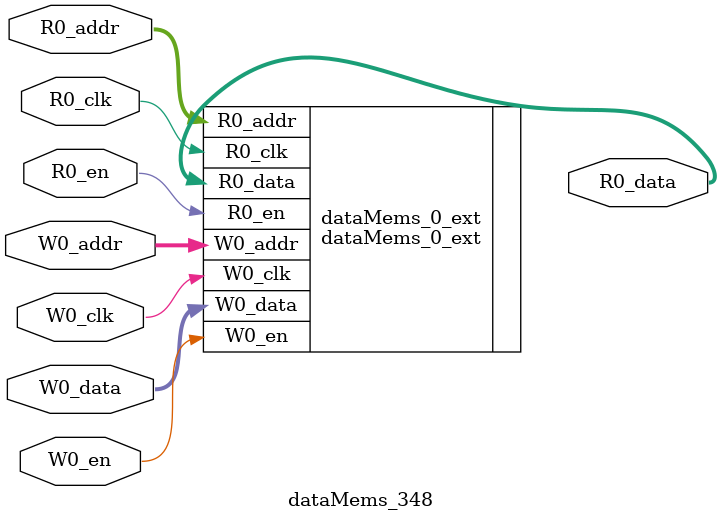
<source format=sv>
`ifndef RANDOMIZE
  `ifdef RANDOMIZE_REG_INIT
    `define RANDOMIZE
  `endif // RANDOMIZE_REG_INIT
`endif // not def RANDOMIZE
`ifndef RANDOMIZE
  `ifdef RANDOMIZE_MEM_INIT
    `define RANDOMIZE
  `endif // RANDOMIZE_MEM_INIT
`endif // not def RANDOMIZE

`ifndef RANDOM
  `define RANDOM $random
`endif // not def RANDOM

// Users can define 'PRINTF_COND' to add an extra gate to prints.
`ifndef PRINTF_COND_
  `ifdef PRINTF_COND
    `define PRINTF_COND_ (`PRINTF_COND)
  `else  // PRINTF_COND
    `define PRINTF_COND_ 1
  `endif // PRINTF_COND
`endif // not def PRINTF_COND_

// Users can define 'ASSERT_VERBOSE_COND' to add an extra gate to assert error printing.
`ifndef ASSERT_VERBOSE_COND_
  `ifdef ASSERT_VERBOSE_COND
    `define ASSERT_VERBOSE_COND_ (`ASSERT_VERBOSE_COND)
  `else  // ASSERT_VERBOSE_COND
    `define ASSERT_VERBOSE_COND_ 1
  `endif // ASSERT_VERBOSE_COND
`endif // not def ASSERT_VERBOSE_COND_

// Users can define 'STOP_COND' to add an extra gate to stop conditions.
`ifndef STOP_COND_
  `ifdef STOP_COND
    `define STOP_COND_ (`STOP_COND)
  `else  // STOP_COND
    `define STOP_COND_ 1
  `endif // STOP_COND
`endif // not def STOP_COND_

// Users can define INIT_RANDOM as general code that gets injected into the
// initializer block for modules with registers.
`ifndef INIT_RANDOM
  `define INIT_RANDOM
`endif // not def INIT_RANDOM

// If using random initialization, you can also define RANDOMIZE_DELAY to
// customize the delay used, otherwise 0.002 is used.
`ifndef RANDOMIZE_DELAY
  `define RANDOMIZE_DELAY 0.002
`endif // not def RANDOMIZE_DELAY

// Define INIT_RANDOM_PROLOG_ for use in our modules below.
`ifndef INIT_RANDOM_PROLOG_
  `ifdef RANDOMIZE
    `ifdef VERILATOR
      `define INIT_RANDOM_PROLOG_ `INIT_RANDOM
    `else  // VERILATOR
      `define INIT_RANDOM_PROLOG_ `INIT_RANDOM #`RANDOMIZE_DELAY begin end
    `endif // VERILATOR
  `else  // RANDOMIZE
    `define INIT_RANDOM_PROLOG_
  `endif // RANDOMIZE
`endif // not def INIT_RANDOM_PROLOG_

// Include register initializers in init blocks unless synthesis is set
`ifndef SYNTHESIS
  `ifndef ENABLE_INITIAL_REG_
    `define ENABLE_INITIAL_REG_
  `endif // not def ENABLE_INITIAL_REG_
`endif // not def SYNTHESIS

// Include rmemory initializers in init blocks unless synthesis is set
`ifndef SYNTHESIS
  `ifndef ENABLE_INITIAL_MEM_
    `define ENABLE_INITIAL_MEM_
  `endif // not def ENABLE_INITIAL_MEM_
`endif // not def SYNTHESIS

module dataMems_348(	// @[generators/ara/src/main/scala/UnsafeAXI4ToTL.scala:365:62]
  input  [4:0]  R0_addr,
  input         R0_en,
  input         R0_clk,
  output [66:0] R0_data,
  input  [4:0]  W0_addr,
  input         W0_en,
  input         W0_clk,
  input  [66:0] W0_data
);

  dataMems_0_ext dataMems_0_ext (	// @[generators/ara/src/main/scala/UnsafeAXI4ToTL.scala:365:62]
    .R0_addr (R0_addr),
    .R0_en   (R0_en),
    .R0_clk  (R0_clk),
    .R0_data (R0_data),
    .W0_addr (W0_addr),
    .W0_en   (W0_en),
    .W0_clk  (W0_clk),
    .W0_data (W0_data)
  );
endmodule


</source>
